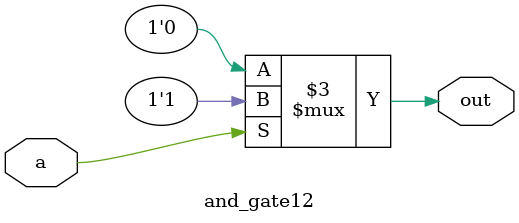
<source format=v>
module and_gate12 (
    input wire a,
    output reg out
);

    always @(*) begin
        case (a)
            1'b0: out = 1'b0;
            default: out = 1'b1;
        endcase
    end

endmodule

</source>
